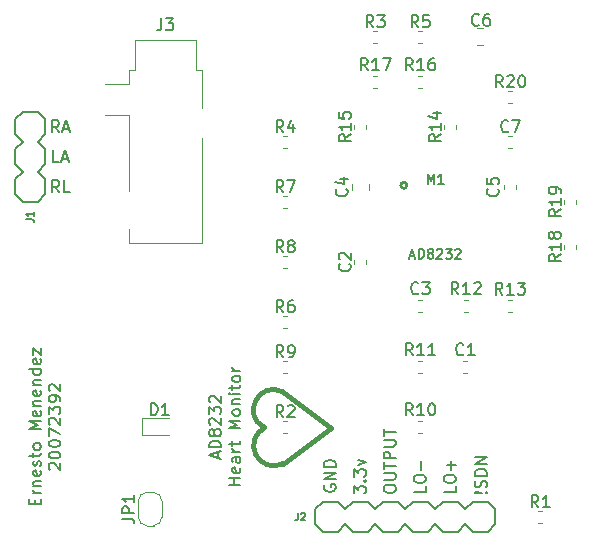
<source format=gto>
G04 #@! TF.GenerationSoftware,KiCad,Pcbnew,5.1.5*
G04 #@! TF.CreationDate,2020-04-03T18:21:33-06:00*
G04 #@! TF.ProjectId,AD8232,41443832-3332-42e6-9b69-6361645f7063,rev?*
G04 #@! TF.SameCoordinates,Original*
G04 #@! TF.FileFunction,Legend,Top*
G04 #@! TF.FilePolarity,Positive*
%FSLAX46Y46*%
G04 Gerber Fmt 4.6, Leading zero omitted, Abs format (unit mm)*
G04 Created by KiCad (PCBNEW 5.1.5) date 2020-04-03 18:21:33*
%MOMM*%
%LPD*%
G04 APERTURE LIST*
%ADD10C,0.150000*%
%ADD11C,0.406400*%
%ADD12C,0.203200*%
%ADD13C,0.120000*%
%ADD14C,0.254000*%
%ADD15C,0.127000*%
%ADD16C,0.152400*%
G04 APERTURE END LIST*
D10*
X144121666Y-109322857D02*
X144121666Y-108846666D01*
X144407380Y-109418095D02*
X143407380Y-109084761D01*
X144407380Y-108751428D01*
X144407380Y-108418095D02*
X143407380Y-108418095D01*
X143407380Y-108180000D01*
X143455000Y-108037142D01*
X143550238Y-107941904D01*
X143645476Y-107894285D01*
X143835952Y-107846666D01*
X143978809Y-107846666D01*
X144169285Y-107894285D01*
X144264523Y-107941904D01*
X144359761Y-108037142D01*
X144407380Y-108180000D01*
X144407380Y-108418095D01*
X143835952Y-107275238D02*
X143788333Y-107370476D01*
X143740714Y-107418095D01*
X143645476Y-107465714D01*
X143597857Y-107465714D01*
X143502619Y-107418095D01*
X143455000Y-107370476D01*
X143407380Y-107275238D01*
X143407380Y-107084761D01*
X143455000Y-106989523D01*
X143502619Y-106941904D01*
X143597857Y-106894285D01*
X143645476Y-106894285D01*
X143740714Y-106941904D01*
X143788333Y-106989523D01*
X143835952Y-107084761D01*
X143835952Y-107275238D01*
X143883571Y-107370476D01*
X143931190Y-107418095D01*
X144026428Y-107465714D01*
X144216904Y-107465714D01*
X144312142Y-107418095D01*
X144359761Y-107370476D01*
X144407380Y-107275238D01*
X144407380Y-107084761D01*
X144359761Y-106989523D01*
X144312142Y-106941904D01*
X144216904Y-106894285D01*
X144026428Y-106894285D01*
X143931190Y-106941904D01*
X143883571Y-106989523D01*
X143835952Y-107084761D01*
X143502619Y-106513333D02*
X143455000Y-106465714D01*
X143407380Y-106370476D01*
X143407380Y-106132380D01*
X143455000Y-106037142D01*
X143502619Y-105989523D01*
X143597857Y-105941904D01*
X143693095Y-105941904D01*
X143835952Y-105989523D01*
X144407380Y-106560952D01*
X144407380Y-105941904D01*
X143407380Y-105608571D02*
X143407380Y-104989523D01*
X143788333Y-105322857D01*
X143788333Y-105180000D01*
X143835952Y-105084761D01*
X143883571Y-105037142D01*
X143978809Y-104989523D01*
X144216904Y-104989523D01*
X144312142Y-105037142D01*
X144359761Y-105084761D01*
X144407380Y-105180000D01*
X144407380Y-105465714D01*
X144359761Y-105560952D01*
X144312142Y-105608571D01*
X143502619Y-104608571D02*
X143455000Y-104560952D01*
X143407380Y-104465714D01*
X143407380Y-104227619D01*
X143455000Y-104132380D01*
X143502619Y-104084761D01*
X143597857Y-104037142D01*
X143693095Y-104037142D01*
X143835952Y-104084761D01*
X144407380Y-104656190D01*
X144407380Y-104037142D01*
X146057380Y-111584761D02*
X145057380Y-111584761D01*
X145533571Y-111584761D02*
X145533571Y-111013333D01*
X146057380Y-111013333D02*
X145057380Y-111013333D01*
X146009761Y-110156190D02*
X146057380Y-110251428D01*
X146057380Y-110441904D01*
X146009761Y-110537142D01*
X145914523Y-110584761D01*
X145533571Y-110584761D01*
X145438333Y-110537142D01*
X145390714Y-110441904D01*
X145390714Y-110251428D01*
X145438333Y-110156190D01*
X145533571Y-110108571D01*
X145628809Y-110108571D01*
X145724047Y-110584761D01*
X146057380Y-109251428D02*
X145533571Y-109251428D01*
X145438333Y-109299047D01*
X145390714Y-109394285D01*
X145390714Y-109584761D01*
X145438333Y-109680000D01*
X146009761Y-109251428D02*
X146057380Y-109346666D01*
X146057380Y-109584761D01*
X146009761Y-109680000D01*
X145914523Y-109727619D01*
X145819285Y-109727619D01*
X145724047Y-109680000D01*
X145676428Y-109584761D01*
X145676428Y-109346666D01*
X145628809Y-109251428D01*
X146057380Y-108775238D02*
X145390714Y-108775238D01*
X145581190Y-108775238D02*
X145485952Y-108727619D01*
X145438333Y-108680000D01*
X145390714Y-108584761D01*
X145390714Y-108489523D01*
X145390714Y-108299047D02*
X145390714Y-107918095D01*
X145057380Y-108156190D02*
X145914523Y-108156190D01*
X146009761Y-108108571D01*
X146057380Y-108013333D01*
X146057380Y-107918095D01*
X146057380Y-106822857D02*
X145057380Y-106822857D01*
X145771666Y-106489523D01*
X145057380Y-106156190D01*
X146057380Y-106156190D01*
X146057380Y-105537142D02*
X146009761Y-105632380D01*
X145962142Y-105680000D01*
X145866904Y-105727619D01*
X145581190Y-105727619D01*
X145485952Y-105680000D01*
X145438333Y-105632380D01*
X145390714Y-105537142D01*
X145390714Y-105394285D01*
X145438333Y-105299047D01*
X145485952Y-105251428D01*
X145581190Y-105203809D01*
X145866904Y-105203809D01*
X145962142Y-105251428D01*
X146009761Y-105299047D01*
X146057380Y-105394285D01*
X146057380Y-105537142D01*
X145390714Y-104775238D02*
X146057380Y-104775238D01*
X145485952Y-104775238D02*
X145438333Y-104727619D01*
X145390714Y-104632380D01*
X145390714Y-104489523D01*
X145438333Y-104394285D01*
X145533571Y-104346666D01*
X146057380Y-104346666D01*
X146057380Y-103870476D02*
X145390714Y-103870476D01*
X145057380Y-103870476D02*
X145105000Y-103918095D01*
X145152619Y-103870476D01*
X145105000Y-103822857D01*
X145057380Y-103870476D01*
X145152619Y-103870476D01*
X145390714Y-103537142D02*
X145390714Y-103156190D01*
X145057380Y-103394285D02*
X145914523Y-103394285D01*
X146009761Y-103346666D01*
X146057380Y-103251428D01*
X146057380Y-103156190D01*
X146057380Y-102680000D02*
X146009761Y-102775238D01*
X145962142Y-102822857D01*
X145866904Y-102870476D01*
X145581190Y-102870476D01*
X145485952Y-102822857D01*
X145438333Y-102775238D01*
X145390714Y-102680000D01*
X145390714Y-102537142D01*
X145438333Y-102441904D01*
X145485952Y-102394285D01*
X145581190Y-102346666D01*
X145866904Y-102346666D01*
X145962142Y-102394285D01*
X146009761Y-102441904D01*
X146057380Y-102537142D01*
X146057380Y-102680000D01*
X146057380Y-101918095D02*
X145390714Y-101918095D01*
X145581190Y-101918095D02*
X145485952Y-101870476D01*
X145438333Y-101822857D01*
X145390714Y-101727619D01*
X145390714Y-101632380D01*
D11*
X149639095Y-109805661D02*
X153703095Y-106757661D01*
X153703095Y-106757661D02*
X149639095Y-103709661D01*
X149639095Y-103709661D02*
G75*
G03X148115095Y-106757661I-762000J-1524000D01*
G01*
X148115095Y-106757661D02*
G75*
G03X149639095Y-109805661I762000J-1524000D01*
G01*
D10*
X128643571Y-113227619D02*
X128643571Y-112894285D01*
X129167380Y-112751428D02*
X129167380Y-113227619D01*
X128167380Y-113227619D01*
X128167380Y-112751428D01*
X129167380Y-112322857D02*
X128500714Y-112322857D01*
X128691190Y-112322857D02*
X128595952Y-112275238D01*
X128548333Y-112227619D01*
X128500714Y-112132380D01*
X128500714Y-112037142D01*
X128500714Y-111703809D02*
X129167380Y-111703809D01*
X128595952Y-111703809D02*
X128548333Y-111656190D01*
X128500714Y-111560952D01*
X128500714Y-111418095D01*
X128548333Y-111322857D01*
X128643571Y-111275238D01*
X129167380Y-111275238D01*
X129119761Y-110418095D02*
X129167380Y-110513333D01*
X129167380Y-110703809D01*
X129119761Y-110799047D01*
X129024523Y-110846666D01*
X128643571Y-110846666D01*
X128548333Y-110799047D01*
X128500714Y-110703809D01*
X128500714Y-110513333D01*
X128548333Y-110418095D01*
X128643571Y-110370476D01*
X128738809Y-110370476D01*
X128834047Y-110846666D01*
X129119761Y-109989523D02*
X129167380Y-109894285D01*
X129167380Y-109703809D01*
X129119761Y-109608571D01*
X129024523Y-109560952D01*
X128976904Y-109560952D01*
X128881666Y-109608571D01*
X128834047Y-109703809D01*
X128834047Y-109846666D01*
X128786428Y-109941904D01*
X128691190Y-109989523D01*
X128643571Y-109989523D01*
X128548333Y-109941904D01*
X128500714Y-109846666D01*
X128500714Y-109703809D01*
X128548333Y-109608571D01*
X128500714Y-109275238D02*
X128500714Y-108894285D01*
X128167380Y-109132380D02*
X129024523Y-109132380D01*
X129119761Y-109084761D01*
X129167380Y-108989523D01*
X129167380Y-108894285D01*
X129167380Y-108418095D02*
X129119761Y-108513333D01*
X129072142Y-108560952D01*
X128976904Y-108608571D01*
X128691190Y-108608571D01*
X128595952Y-108560952D01*
X128548333Y-108513333D01*
X128500714Y-108418095D01*
X128500714Y-108275238D01*
X128548333Y-108180000D01*
X128595952Y-108132380D01*
X128691190Y-108084761D01*
X128976904Y-108084761D01*
X129072142Y-108132380D01*
X129119761Y-108180000D01*
X129167380Y-108275238D01*
X129167380Y-108418095D01*
X129167380Y-106894285D02*
X128167380Y-106894285D01*
X128881666Y-106560952D01*
X128167380Y-106227619D01*
X129167380Y-106227619D01*
X129119761Y-105370476D02*
X129167380Y-105465714D01*
X129167380Y-105656190D01*
X129119761Y-105751428D01*
X129024523Y-105799047D01*
X128643571Y-105799047D01*
X128548333Y-105751428D01*
X128500714Y-105656190D01*
X128500714Y-105465714D01*
X128548333Y-105370476D01*
X128643571Y-105322857D01*
X128738809Y-105322857D01*
X128834047Y-105799047D01*
X128500714Y-104894285D02*
X129167380Y-104894285D01*
X128595952Y-104894285D02*
X128548333Y-104846666D01*
X128500714Y-104751428D01*
X128500714Y-104608571D01*
X128548333Y-104513333D01*
X128643571Y-104465714D01*
X129167380Y-104465714D01*
X129119761Y-103608571D02*
X129167380Y-103703809D01*
X129167380Y-103894285D01*
X129119761Y-103989523D01*
X129024523Y-104037142D01*
X128643571Y-104037142D01*
X128548333Y-103989523D01*
X128500714Y-103894285D01*
X128500714Y-103703809D01*
X128548333Y-103608571D01*
X128643571Y-103560952D01*
X128738809Y-103560952D01*
X128834047Y-104037142D01*
X128500714Y-103132380D02*
X129167380Y-103132380D01*
X128595952Y-103132380D02*
X128548333Y-103084761D01*
X128500714Y-102989523D01*
X128500714Y-102846666D01*
X128548333Y-102751428D01*
X128643571Y-102703809D01*
X129167380Y-102703809D01*
X129167380Y-101799047D02*
X128167380Y-101799047D01*
X129119761Y-101799047D02*
X129167380Y-101894285D01*
X129167380Y-102084761D01*
X129119761Y-102180000D01*
X129072142Y-102227619D01*
X128976904Y-102275238D01*
X128691190Y-102275238D01*
X128595952Y-102227619D01*
X128548333Y-102180000D01*
X128500714Y-102084761D01*
X128500714Y-101894285D01*
X128548333Y-101799047D01*
X129119761Y-100941904D02*
X129167380Y-101037142D01*
X129167380Y-101227619D01*
X129119761Y-101322857D01*
X129024523Y-101370476D01*
X128643571Y-101370476D01*
X128548333Y-101322857D01*
X128500714Y-101227619D01*
X128500714Y-101037142D01*
X128548333Y-100941904D01*
X128643571Y-100894285D01*
X128738809Y-100894285D01*
X128834047Y-101370476D01*
X128500714Y-100560952D02*
X128500714Y-100037142D01*
X129167380Y-100560952D01*
X129167380Y-100037142D01*
X129912619Y-110299047D02*
X129865000Y-110251428D01*
X129817380Y-110156190D01*
X129817380Y-109918095D01*
X129865000Y-109822857D01*
X129912619Y-109775238D01*
X130007857Y-109727619D01*
X130103095Y-109727619D01*
X130245952Y-109775238D01*
X130817380Y-110346666D01*
X130817380Y-109727619D01*
X129817380Y-109108571D02*
X129817380Y-109013333D01*
X129865000Y-108918095D01*
X129912619Y-108870476D01*
X130007857Y-108822857D01*
X130198333Y-108775238D01*
X130436428Y-108775238D01*
X130626904Y-108822857D01*
X130722142Y-108870476D01*
X130769761Y-108918095D01*
X130817380Y-109013333D01*
X130817380Y-109108571D01*
X130769761Y-109203809D01*
X130722142Y-109251428D01*
X130626904Y-109299047D01*
X130436428Y-109346666D01*
X130198333Y-109346666D01*
X130007857Y-109299047D01*
X129912619Y-109251428D01*
X129865000Y-109203809D01*
X129817380Y-109108571D01*
X129817380Y-108156190D02*
X129817380Y-108060952D01*
X129865000Y-107965714D01*
X129912619Y-107918095D01*
X130007857Y-107870476D01*
X130198333Y-107822857D01*
X130436428Y-107822857D01*
X130626904Y-107870476D01*
X130722142Y-107918095D01*
X130769761Y-107965714D01*
X130817380Y-108060952D01*
X130817380Y-108156190D01*
X130769761Y-108251428D01*
X130722142Y-108299047D01*
X130626904Y-108346666D01*
X130436428Y-108394285D01*
X130198333Y-108394285D01*
X130007857Y-108346666D01*
X129912619Y-108299047D01*
X129865000Y-108251428D01*
X129817380Y-108156190D01*
X129817380Y-107489523D02*
X129817380Y-106822857D01*
X130817380Y-107251428D01*
X129912619Y-106489523D02*
X129865000Y-106441904D01*
X129817380Y-106346666D01*
X129817380Y-106108571D01*
X129865000Y-106013333D01*
X129912619Y-105965714D01*
X130007857Y-105918095D01*
X130103095Y-105918095D01*
X130245952Y-105965714D01*
X130817380Y-106537142D01*
X130817380Y-105918095D01*
X129817380Y-105584761D02*
X129817380Y-104965714D01*
X130198333Y-105299047D01*
X130198333Y-105156190D01*
X130245952Y-105060952D01*
X130293571Y-105013333D01*
X130388809Y-104965714D01*
X130626904Y-104965714D01*
X130722142Y-105013333D01*
X130769761Y-105060952D01*
X130817380Y-105156190D01*
X130817380Y-105441904D01*
X130769761Y-105537142D01*
X130722142Y-105584761D01*
X130817380Y-104489523D02*
X130817380Y-104299047D01*
X130769761Y-104203809D01*
X130722142Y-104156190D01*
X130579285Y-104060952D01*
X130388809Y-104013333D01*
X130007857Y-104013333D01*
X129912619Y-104060952D01*
X129865000Y-104108571D01*
X129817380Y-104203809D01*
X129817380Y-104394285D01*
X129865000Y-104489523D01*
X129912619Y-104537142D01*
X130007857Y-104584761D01*
X130245952Y-104584761D01*
X130341190Y-104537142D01*
X130388809Y-104489523D01*
X130436428Y-104394285D01*
X130436428Y-104203809D01*
X130388809Y-104108571D01*
X130341190Y-104060952D01*
X130245952Y-104013333D01*
X129912619Y-103632380D02*
X129865000Y-103584761D01*
X129817380Y-103489523D01*
X129817380Y-103251428D01*
X129865000Y-103156190D01*
X129912619Y-103108571D01*
X130007857Y-103060952D01*
X130103095Y-103060952D01*
X130245952Y-103108571D01*
X130817380Y-103680000D01*
X130817380Y-103060952D01*
X166820867Y-112246337D02*
X166868486Y-112198718D01*
X166916105Y-112246337D01*
X166868486Y-112293956D01*
X166820867Y-112246337D01*
X166916105Y-112246337D01*
X166535153Y-112246337D02*
X165963725Y-112293956D01*
X165916105Y-112246337D01*
X165963725Y-112198718D01*
X166535153Y-112246337D01*
X165916105Y-112246337D01*
X166868486Y-111817765D02*
X166916105Y-111674908D01*
X166916105Y-111436813D01*
X166868486Y-111341575D01*
X166820867Y-111293956D01*
X166725629Y-111246337D01*
X166630391Y-111246337D01*
X166535153Y-111293956D01*
X166487534Y-111341575D01*
X166439915Y-111436813D01*
X166392296Y-111627289D01*
X166344677Y-111722527D01*
X166297058Y-111770146D01*
X166201820Y-111817765D01*
X166106582Y-111817765D01*
X166011344Y-111770146D01*
X165963725Y-111722527D01*
X165916105Y-111627289D01*
X165916105Y-111389194D01*
X165963725Y-111246337D01*
X166916105Y-110817765D02*
X165916105Y-110817765D01*
X165916105Y-110579670D01*
X165963725Y-110436813D01*
X166058963Y-110341575D01*
X166154201Y-110293956D01*
X166344677Y-110246337D01*
X166487534Y-110246337D01*
X166678010Y-110293956D01*
X166773248Y-110341575D01*
X166868486Y-110436813D01*
X166916105Y-110579670D01*
X166916105Y-110817765D01*
X166916105Y-109817765D02*
X165916105Y-109817765D01*
X166916105Y-109246337D01*
X165916105Y-109246337D01*
X164282380Y-111698452D02*
X164282380Y-112174642D01*
X163282380Y-112174642D01*
X163282380Y-111174642D02*
X163282380Y-110984166D01*
X163330000Y-110888928D01*
X163425238Y-110793690D01*
X163615714Y-110746071D01*
X163949047Y-110746071D01*
X164139523Y-110793690D01*
X164234761Y-110888928D01*
X164282380Y-110984166D01*
X164282380Y-111174642D01*
X164234761Y-111269880D01*
X164139523Y-111365119D01*
X163949047Y-111412738D01*
X163615714Y-111412738D01*
X163425238Y-111365119D01*
X163330000Y-111269880D01*
X163282380Y-111174642D01*
X163901428Y-110317500D02*
X163901428Y-109555595D01*
X164282380Y-109936547D02*
X163520476Y-109936547D01*
X161742380Y-111698452D02*
X161742380Y-112174642D01*
X160742380Y-112174642D01*
X160742380Y-111174642D02*
X160742380Y-110984166D01*
X160790000Y-110888928D01*
X160885238Y-110793690D01*
X161075714Y-110746071D01*
X161409047Y-110746071D01*
X161599523Y-110793690D01*
X161694761Y-110888928D01*
X161742380Y-110984166D01*
X161742380Y-111174642D01*
X161694761Y-111269880D01*
X161599523Y-111365119D01*
X161409047Y-111412738D01*
X161075714Y-111412738D01*
X160885238Y-111365119D01*
X160790000Y-111269880D01*
X160742380Y-111174642D01*
X161361428Y-110317500D02*
X161361428Y-109555595D01*
X158202380Y-112015595D02*
X158202380Y-111825119D01*
X158250000Y-111729880D01*
X158345238Y-111634642D01*
X158535714Y-111587023D01*
X158869047Y-111587023D01*
X159059523Y-111634642D01*
X159154761Y-111729880D01*
X159202380Y-111825119D01*
X159202380Y-112015595D01*
X159154761Y-112110833D01*
X159059523Y-112206071D01*
X158869047Y-112253690D01*
X158535714Y-112253690D01*
X158345238Y-112206071D01*
X158250000Y-112110833D01*
X158202380Y-112015595D01*
X158202380Y-111158452D02*
X159011904Y-111158452D01*
X159107142Y-111110833D01*
X159154761Y-111063214D01*
X159202380Y-110967976D01*
X159202380Y-110777500D01*
X159154761Y-110682261D01*
X159107142Y-110634642D01*
X159011904Y-110587023D01*
X158202380Y-110587023D01*
X158202380Y-110253690D02*
X158202380Y-109682261D01*
X159202380Y-109967976D02*
X158202380Y-109967976D01*
X159202380Y-109348928D02*
X158202380Y-109348928D01*
X158202380Y-108967976D01*
X158250000Y-108872738D01*
X158297619Y-108825119D01*
X158392857Y-108777500D01*
X158535714Y-108777500D01*
X158630952Y-108825119D01*
X158678571Y-108872738D01*
X158726190Y-108967976D01*
X158726190Y-109348928D01*
X158202380Y-108348928D02*
X159011904Y-108348928D01*
X159107142Y-108301309D01*
X159154761Y-108253690D01*
X159202380Y-108158452D01*
X159202380Y-107967976D01*
X159154761Y-107872738D01*
X159107142Y-107825119D01*
X159011904Y-107777500D01*
X158202380Y-107777500D01*
X158202380Y-107444166D02*
X158202380Y-106872738D01*
X159202380Y-107158452D02*
X158202380Y-107158452D01*
X155662380Y-112317500D02*
X155662380Y-111698452D01*
X156043333Y-112031785D01*
X156043333Y-111888928D01*
X156090952Y-111793690D01*
X156138571Y-111746071D01*
X156233809Y-111698452D01*
X156471904Y-111698452D01*
X156567142Y-111746071D01*
X156614761Y-111793690D01*
X156662380Y-111888928D01*
X156662380Y-112174642D01*
X156614761Y-112269880D01*
X156567142Y-112317500D01*
X156567142Y-111269880D02*
X156614761Y-111222261D01*
X156662380Y-111269880D01*
X156614761Y-111317500D01*
X156567142Y-111269880D01*
X156662380Y-111269880D01*
X155662380Y-110888928D02*
X155662380Y-110269880D01*
X156043333Y-110603214D01*
X156043333Y-110460357D01*
X156090952Y-110365119D01*
X156138571Y-110317500D01*
X156233809Y-110269880D01*
X156471904Y-110269880D01*
X156567142Y-110317500D01*
X156614761Y-110365119D01*
X156662380Y-110460357D01*
X156662380Y-110746071D01*
X156614761Y-110841309D01*
X156567142Y-110888928D01*
X155995714Y-109936547D02*
X156662380Y-109698452D01*
X155995714Y-109460357D01*
X153170000Y-111603214D02*
X153122380Y-111698452D01*
X153122380Y-111841309D01*
X153170000Y-111984166D01*
X153265238Y-112079404D01*
X153360476Y-112127023D01*
X153550952Y-112174642D01*
X153693809Y-112174642D01*
X153884285Y-112127023D01*
X153979523Y-112079404D01*
X154074761Y-111984166D01*
X154122380Y-111841309D01*
X154122380Y-111746071D01*
X154074761Y-111603214D01*
X154027142Y-111555595D01*
X153693809Y-111555595D01*
X153693809Y-111746071D01*
X154122380Y-111127023D02*
X153122380Y-111127023D01*
X154122380Y-110555595D01*
X153122380Y-110555595D01*
X154122380Y-110079404D02*
X153122380Y-110079404D01*
X153122380Y-109841309D01*
X153170000Y-109698452D01*
X153265238Y-109603214D01*
X153360476Y-109555595D01*
X153550952Y-109507976D01*
X153693809Y-109507976D01*
X153884285Y-109555595D01*
X153979523Y-109603214D01*
X154074761Y-109698452D01*
X154122380Y-109841309D01*
X154122380Y-110079404D01*
X130714761Y-86812380D02*
X130381428Y-86336190D01*
X130143333Y-86812380D02*
X130143333Y-85812380D01*
X130524285Y-85812380D01*
X130619523Y-85860000D01*
X130667142Y-85907619D01*
X130714761Y-86002857D01*
X130714761Y-86145714D01*
X130667142Y-86240952D01*
X130619523Y-86288571D01*
X130524285Y-86336190D01*
X130143333Y-86336190D01*
X131619523Y-86812380D02*
X131143333Y-86812380D01*
X131143333Y-85812380D01*
X130690952Y-84272380D02*
X130214761Y-84272380D01*
X130214761Y-83272380D01*
X130976666Y-83986666D02*
X131452857Y-83986666D01*
X130881428Y-84272380D02*
X131214761Y-83272380D01*
X131548095Y-84272380D01*
X130690952Y-81732380D02*
X130357619Y-81256190D01*
X130119523Y-81732380D02*
X130119523Y-80732380D01*
X130500476Y-80732380D01*
X130595714Y-80780000D01*
X130643333Y-80827619D01*
X130690952Y-80922857D01*
X130690952Y-81065714D01*
X130643333Y-81160952D01*
X130595714Y-81208571D01*
X130500476Y-81256190D01*
X130119523Y-81256190D01*
X131071904Y-81446666D02*
X131548095Y-81446666D01*
X130976666Y-81732380D02*
X131310000Y-80732380D01*
X131643333Y-81732380D01*
D12*
X167640000Y-113665000D02*
X167640000Y-114935000D01*
X154305000Y-115570000D02*
X153035000Y-115570000D01*
X152400000Y-114935000D02*
X153035000Y-115570000D01*
X153035000Y-113030000D02*
X152400000Y-113665000D01*
X152400000Y-113665000D02*
X152400000Y-114935000D01*
X155575000Y-115570000D02*
X154940000Y-114935000D01*
X156845000Y-115570000D02*
X155575000Y-115570000D01*
X157480000Y-114935000D02*
X156845000Y-115570000D01*
X156845000Y-113030000D02*
X157480000Y-113665000D01*
X155575000Y-113030000D02*
X156845000Y-113030000D01*
X154940000Y-113665000D02*
X155575000Y-113030000D01*
X154940000Y-114935000D02*
X154305000Y-115570000D01*
X154305000Y-113030000D02*
X154940000Y-113665000D01*
X153035000Y-113030000D02*
X154305000Y-113030000D01*
X161925000Y-115570000D02*
X160655000Y-115570000D01*
X160020000Y-114935000D02*
X160655000Y-115570000D01*
X160655000Y-113030000D02*
X160020000Y-113665000D01*
X158115000Y-115570000D02*
X157480000Y-114935000D01*
X159385000Y-115570000D02*
X158115000Y-115570000D01*
X160020000Y-114935000D02*
X159385000Y-115570000D01*
X159385000Y-113030000D02*
X160020000Y-113665000D01*
X158115000Y-113030000D02*
X159385000Y-113030000D01*
X157480000Y-113665000D02*
X158115000Y-113030000D01*
X163195000Y-115570000D02*
X162560000Y-114935000D01*
X164465000Y-115570000D02*
X163195000Y-115570000D01*
X165100000Y-114935000D02*
X164465000Y-115570000D01*
X164465000Y-113030000D02*
X165100000Y-113665000D01*
X163195000Y-113030000D02*
X164465000Y-113030000D01*
X162560000Y-113665000D02*
X163195000Y-113030000D01*
X162560000Y-114935000D02*
X161925000Y-115570000D01*
X161925000Y-113030000D02*
X162560000Y-113665000D01*
X160655000Y-113030000D02*
X161925000Y-113030000D01*
X165735000Y-115570000D02*
X165100000Y-114935000D01*
X167005000Y-115570000D02*
X165735000Y-115570000D01*
X167640000Y-114935000D02*
X167005000Y-115570000D01*
X167005000Y-113030000D02*
X167640000Y-113665000D01*
X165735000Y-113030000D02*
X167005000Y-113030000D01*
X165100000Y-113665000D02*
X165735000Y-113030000D01*
X127635000Y-80010000D02*
X128905000Y-80010000D01*
X129540000Y-85725000D02*
X129540000Y-86995000D01*
X128905000Y-87630000D02*
X129540000Y-86995000D01*
X127000000Y-86995000D02*
X127635000Y-87630000D01*
X127635000Y-87630000D02*
X128905000Y-87630000D01*
X129540000Y-84455000D02*
X128905000Y-85090000D01*
X129540000Y-83185000D02*
X129540000Y-84455000D01*
X128905000Y-82550000D02*
X129540000Y-83185000D01*
X127000000Y-83185000D02*
X127635000Y-82550000D01*
X127000000Y-84455000D02*
X127000000Y-83185000D01*
X127635000Y-85090000D02*
X127000000Y-84455000D01*
X128905000Y-85090000D02*
X129540000Y-85725000D01*
X127000000Y-85725000D02*
X127635000Y-85090000D01*
X127000000Y-86995000D02*
X127000000Y-85725000D01*
X129540000Y-81915000D02*
X128905000Y-82550000D01*
X129540000Y-80645000D02*
X129540000Y-81915000D01*
X128905000Y-80010000D02*
X129540000Y-80645000D01*
X127000000Y-80645000D02*
X127635000Y-80010000D01*
X127000000Y-81915000D02*
X127000000Y-80645000D01*
X127635000Y-82550000D02*
X127000000Y-81915000D01*
D13*
X169072779Y-78230000D02*
X168747221Y-78230000D01*
X169072779Y-79250000D02*
X168747221Y-79250000D01*
X173480000Y-87467221D02*
X173480000Y-87792779D01*
X174500000Y-87467221D02*
X174500000Y-87792779D01*
X173480000Y-91277221D02*
X173480000Y-91602779D01*
X174500000Y-91277221D02*
X174500000Y-91602779D01*
X157317221Y-77980000D02*
X157642779Y-77980000D01*
X157317221Y-76960000D02*
X157642779Y-76960000D01*
X161127221Y-77980000D02*
X161452779Y-77980000D01*
X161127221Y-76960000D02*
X161452779Y-76960000D01*
X155700000Y-81117221D02*
X155700000Y-81442779D01*
X156720000Y-81117221D02*
X156720000Y-81442779D01*
X163320000Y-81117221D02*
X163320000Y-81442779D01*
X164340000Y-81117221D02*
X164340000Y-81442779D01*
X168730432Y-96969685D02*
X169055990Y-96969685D01*
X168730432Y-95949685D02*
X169055990Y-95949685D01*
X164995435Y-96939071D02*
X165320993Y-96939071D01*
X164995435Y-95919071D02*
X165320993Y-95919071D01*
X161127221Y-102110000D02*
X161452779Y-102110000D01*
X161127221Y-101090000D02*
X161452779Y-101090000D01*
X161127221Y-107190000D02*
X161452779Y-107190000D01*
X161127221Y-106170000D02*
X161452779Y-106170000D01*
X150022779Y-101090000D02*
X149697221Y-101090000D01*
X150022779Y-102110000D02*
X149697221Y-102110000D01*
X150022779Y-92200000D02*
X149697221Y-92200000D01*
X150022779Y-93220000D02*
X149697221Y-93220000D01*
X150022779Y-87120000D02*
X149697221Y-87120000D01*
X150022779Y-88140000D02*
X149697221Y-88140000D01*
X150022779Y-97280000D02*
X149697221Y-97280000D01*
X150022779Y-98300000D02*
X149697221Y-98300000D01*
X161452779Y-73150000D02*
X161127221Y-73150000D01*
X161452779Y-74170000D02*
X161127221Y-74170000D01*
X150022779Y-82040000D02*
X149697221Y-82040000D01*
X150022779Y-83060000D02*
X149697221Y-83060000D01*
X157642779Y-73150000D02*
X157317221Y-73150000D01*
X157642779Y-74170000D02*
X157317221Y-74170000D01*
X150022779Y-106170000D02*
X149697221Y-106170000D01*
X150022779Y-107190000D02*
X149697221Y-107190000D01*
X171612779Y-113790000D02*
X171287221Y-113790000D01*
X171612779Y-114810000D02*
X171287221Y-114810000D01*
D14*
X160147000Y-86233000D02*
G75*
G03X160147000Y-86233000I-254000J0D01*
G01*
D13*
X137414751Y-114341913D02*
X137414751Y-112941913D01*
X138114751Y-112241913D02*
X138714751Y-112241913D01*
X139414751Y-112941913D02*
X139414751Y-114341913D01*
X138714751Y-115041913D02*
X138114751Y-115041913D01*
X138114751Y-115041913D02*
G75*
G02X137414751Y-114341913I0J700000D01*
G01*
X139414751Y-114341913D02*
G75*
G02X138714751Y-115041913I-700000J0D01*
G01*
X138714751Y-112241913D02*
G75*
G02X139414751Y-112941913I0J-700000D01*
G01*
X137414751Y-112941913D02*
G75*
G02X138114751Y-112241913I700000J0D01*
G01*
X136600000Y-80250000D02*
X134600000Y-80250000D01*
X136600000Y-77650000D02*
X134600000Y-77650000D01*
X136600000Y-86750000D02*
X136600000Y-80250000D01*
X136600000Y-91150000D02*
X136600000Y-89950000D01*
X142800000Y-91150000D02*
X136600000Y-91150000D01*
X142800000Y-82250000D02*
X142800000Y-91150000D01*
X142800000Y-76450000D02*
X142800000Y-79650000D01*
X142300000Y-76450000D02*
X142800000Y-76450000D01*
X142300000Y-73950000D02*
X142300000Y-76450000D01*
X137100000Y-73950000D02*
X142300000Y-73950000D01*
X137100000Y-76450000D02*
X137100000Y-73950000D01*
X136600000Y-76450000D02*
X137100000Y-76450000D01*
X136600000Y-77650000D02*
X136600000Y-76450000D01*
X137732500Y-107415000D02*
X140017500Y-107415000D01*
X137732500Y-105945000D02*
X137732500Y-107415000D01*
X140017500Y-105945000D02*
X137732500Y-105945000D01*
X169072779Y-82040000D02*
X168747221Y-82040000D01*
X169072779Y-83060000D02*
X168747221Y-83060000D01*
X166628578Y-72950000D02*
X166111422Y-72950000D01*
X166628578Y-74370000D02*
X166111422Y-74370000D01*
X169420000Y-86522779D02*
X169420000Y-86197221D01*
X168400000Y-86522779D02*
X168400000Y-86197221D01*
X155500000Y-86101422D02*
X155500000Y-86618578D01*
X156920000Y-86101422D02*
X156920000Y-86618578D01*
X161124205Y-96940093D02*
X161449763Y-96940093D01*
X161124205Y-95920093D02*
X161449763Y-95920093D01*
X155700000Y-92547221D02*
X155700000Y-92872779D01*
X156720000Y-92547221D02*
X156720000Y-92872779D01*
X164937221Y-102110000D02*
X165262779Y-102110000D01*
X164937221Y-101090000D02*
X165262779Y-101090000D01*
D15*
X150926800Y-113966171D02*
X150926800Y-114401600D01*
X150897771Y-114488685D01*
X150839714Y-114546742D01*
X150752628Y-114575771D01*
X150694571Y-114575771D01*
X151188057Y-114024228D02*
X151217085Y-113995200D01*
X151275142Y-113966171D01*
X151420285Y-113966171D01*
X151478342Y-113995200D01*
X151507371Y-114024228D01*
X151536400Y-114082285D01*
X151536400Y-114140342D01*
X151507371Y-114227428D01*
X151159028Y-114575771D01*
X151536400Y-114575771D01*
X127936171Y-89103200D02*
X128371600Y-89103200D01*
X128458685Y-89132228D01*
X128516742Y-89190285D01*
X128545771Y-89277371D01*
X128545771Y-89335428D01*
X128545771Y-88493600D02*
X128545771Y-88841942D01*
X128545771Y-88667771D02*
X127936171Y-88667771D01*
X128023257Y-88725828D01*
X128081314Y-88783885D01*
X128110342Y-88841942D01*
D10*
X168267142Y-77922380D02*
X167933809Y-77446190D01*
X167695714Y-77922380D02*
X167695714Y-76922380D01*
X168076666Y-76922380D01*
X168171904Y-76970000D01*
X168219523Y-77017619D01*
X168267142Y-77112857D01*
X168267142Y-77255714D01*
X168219523Y-77350952D01*
X168171904Y-77398571D01*
X168076666Y-77446190D01*
X167695714Y-77446190D01*
X168648095Y-77017619D02*
X168695714Y-76970000D01*
X168790952Y-76922380D01*
X169029047Y-76922380D01*
X169124285Y-76970000D01*
X169171904Y-77017619D01*
X169219523Y-77112857D01*
X169219523Y-77208095D01*
X169171904Y-77350952D01*
X168600476Y-77922380D01*
X169219523Y-77922380D01*
X169838571Y-76922380D02*
X169933809Y-76922380D01*
X170029047Y-76970000D01*
X170076666Y-77017619D01*
X170124285Y-77112857D01*
X170171904Y-77303333D01*
X170171904Y-77541428D01*
X170124285Y-77731904D01*
X170076666Y-77827142D01*
X170029047Y-77874761D01*
X169933809Y-77922380D01*
X169838571Y-77922380D01*
X169743333Y-77874761D01*
X169695714Y-77827142D01*
X169648095Y-77731904D01*
X169600476Y-77541428D01*
X169600476Y-77303333D01*
X169648095Y-77112857D01*
X169695714Y-77017619D01*
X169743333Y-76970000D01*
X169838571Y-76922380D01*
X173172380Y-88272857D02*
X172696190Y-88606190D01*
X173172380Y-88844285D02*
X172172380Y-88844285D01*
X172172380Y-88463333D01*
X172220000Y-88368095D01*
X172267619Y-88320476D01*
X172362857Y-88272857D01*
X172505714Y-88272857D01*
X172600952Y-88320476D01*
X172648571Y-88368095D01*
X172696190Y-88463333D01*
X172696190Y-88844285D01*
X173172380Y-87320476D02*
X173172380Y-87891904D01*
X173172380Y-87606190D02*
X172172380Y-87606190D01*
X172315238Y-87701428D01*
X172410476Y-87796666D01*
X172458095Y-87891904D01*
X173172380Y-86844285D02*
X173172380Y-86653809D01*
X173124761Y-86558571D01*
X173077142Y-86510952D01*
X172934285Y-86415714D01*
X172743809Y-86368095D01*
X172362857Y-86368095D01*
X172267619Y-86415714D01*
X172220000Y-86463333D01*
X172172380Y-86558571D01*
X172172380Y-86749047D01*
X172220000Y-86844285D01*
X172267619Y-86891904D01*
X172362857Y-86939523D01*
X172600952Y-86939523D01*
X172696190Y-86891904D01*
X172743809Y-86844285D01*
X172791428Y-86749047D01*
X172791428Y-86558571D01*
X172743809Y-86463333D01*
X172696190Y-86415714D01*
X172600952Y-86368095D01*
X173172380Y-92082857D02*
X172696190Y-92416190D01*
X173172380Y-92654285D02*
X172172380Y-92654285D01*
X172172380Y-92273333D01*
X172220000Y-92178095D01*
X172267619Y-92130476D01*
X172362857Y-92082857D01*
X172505714Y-92082857D01*
X172600952Y-92130476D01*
X172648571Y-92178095D01*
X172696190Y-92273333D01*
X172696190Y-92654285D01*
X173172380Y-91130476D02*
X173172380Y-91701904D01*
X173172380Y-91416190D02*
X172172380Y-91416190D01*
X172315238Y-91511428D01*
X172410476Y-91606666D01*
X172458095Y-91701904D01*
X172600952Y-90559047D02*
X172553333Y-90654285D01*
X172505714Y-90701904D01*
X172410476Y-90749523D01*
X172362857Y-90749523D01*
X172267619Y-90701904D01*
X172220000Y-90654285D01*
X172172380Y-90559047D01*
X172172380Y-90368571D01*
X172220000Y-90273333D01*
X172267619Y-90225714D01*
X172362857Y-90178095D01*
X172410476Y-90178095D01*
X172505714Y-90225714D01*
X172553333Y-90273333D01*
X172600952Y-90368571D01*
X172600952Y-90559047D01*
X172648571Y-90654285D01*
X172696190Y-90701904D01*
X172791428Y-90749523D01*
X172981904Y-90749523D01*
X173077142Y-90701904D01*
X173124761Y-90654285D01*
X173172380Y-90559047D01*
X173172380Y-90368571D01*
X173124761Y-90273333D01*
X173077142Y-90225714D01*
X172981904Y-90178095D01*
X172791428Y-90178095D01*
X172696190Y-90225714D01*
X172648571Y-90273333D01*
X172600952Y-90368571D01*
X156837142Y-76492380D02*
X156503809Y-76016190D01*
X156265714Y-76492380D02*
X156265714Y-75492380D01*
X156646666Y-75492380D01*
X156741904Y-75540000D01*
X156789523Y-75587619D01*
X156837142Y-75682857D01*
X156837142Y-75825714D01*
X156789523Y-75920952D01*
X156741904Y-75968571D01*
X156646666Y-76016190D01*
X156265714Y-76016190D01*
X157789523Y-76492380D02*
X157218095Y-76492380D01*
X157503809Y-76492380D02*
X157503809Y-75492380D01*
X157408571Y-75635238D01*
X157313333Y-75730476D01*
X157218095Y-75778095D01*
X158122857Y-75492380D02*
X158789523Y-75492380D01*
X158360952Y-76492380D01*
X160647142Y-76492380D02*
X160313809Y-76016190D01*
X160075714Y-76492380D02*
X160075714Y-75492380D01*
X160456666Y-75492380D01*
X160551904Y-75540000D01*
X160599523Y-75587619D01*
X160647142Y-75682857D01*
X160647142Y-75825714D01*
X160599523Y-75920952D01*
X160551904Y-75968571D01*
X160456666Y-76016190D01*
X160075714Y-76016190D01*
X161599523Y-76492380D02*
X161028095Y-76492380D01*
X161313809Y-76492380D02*
X161313809Y-75492380D01*
X161218571Y-75635238D01*
X161123333Y-75730476D01*
X161028095Y-75778095D01*
X162456666Y-75492380D02*
X162266190Y-75492380D01*
X162170952Y-75540000D01*
X162123333Y-75587619D01*
X162028095Y-75730476D01*
X161980476Y-75920952D01*
X161980476Y-76301904D01*
X162028095Y-76397142D01*
X162075714Y-76444761D01*
X162170952Y-76492380D01*
X162361428Y-76492380D01*
X162456666Y-76444761D01*
X162504285Y-76397142D01*
X162551904Y-76301904D01*
X162551904Y-76063809D01*
X162504285Y-75968571D01*
X162456666Y-75920952D01*
X162361428Y-75873333D01*
X162170952Y-75873333D01*
X162075714Y-75920952D01*
X162028095Y-75968571D01*
X161980476Y-76063809D01*
X155392380Y-81922857D02*
X154916190Y-82256190D01*
X155392380Y-82494285D02*
X154392380Y-82494285D01*
X154392380Y-82113333D01*
X154440000Y-82018095D01*
X154487619Y-81970476D01*
X154582857Y-81922857D01*
X154725714Y-81922857D01*
X154820952Y-81970476D01*
X154868571Y-82018095D01*
X154916190Y-82113333D01*
X154916190Y-82494285D01*
X155392380Y-80970476D02*
X155392380Y-81541904D01*
X155392380Y-81256190D02*
X154392380Y-81256190D01*
X154535238Y-81351428D01*
X154630476Y-81446666D01*
X154678095Y-81541904D01*
X154392380Y-80065714D02*
X154392380Y-80541904D01*
X154868571Y-80589523D01*
X154820952Y-80541904D01*
X154773333Y-80446666D01*
X154773333Y-80208571D01*
X154820952Y-80113333D01*
X154868571Y-80065714D01*
X154963809Y-80018095D01*
X155201904Y-80018095D01*
X155297142Y-80065714D01*
X155344761Y-80113333D01*
X155392380Y-80208571D01*
X155392380Y-80446666D01*
X155344761Y-80541904D01*
X155297142Y-80589523D01*
X163012380Y-81922857D02*
X162536190Y-82256190D01*
X163012380Y-82494285D02*
X162012380Y-82494285D01*
X162012380Y-82113333D01*
X162060000Y-82018095D01*
X162107619Y-81970476D01*
X162202857Y-81922857D01*
X162345714Y-81922857D01*
X162440952Y-81970476D01*
X162488571Y-82018095D01*
X162536190Y-82113333D01*
X162536190Y-82494285D01*
X163012380Y-80970476D02*
X163012380Y-81541904D01*
X163012380Y-81256190D02*
X162012380Y-81256190D01*
X162155238Y-81351428D01*
X162250476Y-81446666D01*
X162298095Y-81541904D01*
X162345714Y-80113333D02*
X163012380Y-80113333D01*
X161964761Y-80351428D02*
X162679047Y-80589523D01*
X162679047Y-79970476D01*
X168250353Y-95482065D02*
X167917020Y-95005875D01*
X167678925Y-95482065D02*
X167678925Y-94482065D01*
X168059877Y-94482065D01*
X168155115Y-94529685D01*
X168202734Y-94577304D01*
X168250353Y-94672542D01*
X168250353Y-94815399D01*
X168202734Y-94910637D01*
X168155115Y-94958256D01*
X168059877Y-95005875D01*
X167678925Y-95005875D01*
X169202734Y-95482065D02*
X168631306Y-95482065D01*
X168917020Y-95482065D02*
X168917020Y-94482065D01*
X168821782Y-94624923D01*
X168726544Y-94720161D01*
X168631306Y-94767780D01*
X169536068Y-94482065D02*
X170155115Y-94482065D01*
X169821782Y-94863018D01*
X169964639Y-94863018D01*
X170059877Y-94910637D01*
X170107496Y-94958256D01*
X170155115Y-95053494D01*
X170155115Y-95291589D01*
X170107496Y-95386827D01*
X170059877Y-95434446D01*
X169964639Y-95482065D01*
X169678925Y-95482065D01*
X169583687Y-95434446D01*
X169536068Y-95386827D01*
X164515356Y-95451451D02*
X164182023Y-94975261D01*
X163943928Y-95451451D02*
X163943928Y-94451451D01*
X164324880Y-94451451D01*
X164420118Y-94499071D01*
X164467737Y-94546690D01*
X164515356Y-94641928D01*
X164515356Y-94784785D01*
X164467737Y-94880023D01*
X164420118Y-94927642D01*
X164324880Y-94975261D01*
X163943928Y-94975261D01*
X165467737Y-95451451D02*
X164896309Y-95451451D01*
X165182023Y-95451451D02*
X165182023Y-94451451D01*
X165086785Y-94594309D01*
X164991547Y-94689547D01*
X164896309Y-94737166D01*
X165848690Y-94546690D02*
X165896309Y-94499071D01*
X165991547Y-94451451D01*
X166229642Y-94451451D01*
X166324880Y-94499071D01*
X166372499Y-94546690D01*
X166420118Y-94641928D01*
X166420118Y-94737166D01*
X166372499Y-94880023D01*
X165801071Y-95451451D01*
X166420118Y-95451451D01*
X160647142Y-100622380D02*
X160313809Y-100146190D01*
X160075714Y-100622380D02*
X160075714Y-99622380D01*
X160456666Y-99622380D01*
X160551904Y-99670000D01*
X160599523Y-99717619D01*
X160647142Y-99812857D01*
X160647142Y-99955714D01*
X160599523Y-100050952D01*
X160551904Y-100098571D01*
X160456666Y-100146190D01*
X160075714Y-100146190D01*
X161599523Y-100622380D02*
X161028095Y-100622380D01*
X161313809Y-100622380D02*
X161313809Y-99622380D01*
X161218571Y-99765238D01*
X161123333Y-99860476D01*
X161028095Y-99908095D01*
X162551904Y-100622380D02*
X161980476Y-100622380D01*
X162266190Y-100622380D02*
X162266190Y-99622380D01*
X162170952Y-99765238D01*
X162075714Y-99860476D01*
X161980476Y-99908095D01*
X160647142Y-105702380D02*
X160313809Y-105226190D01*
X160075714Y-105702380D02*
X160075714Y-104702380D01*
X160456666Y-104702380D01*
X160551904Y-104750000D01*
X160599523Y-104797619D01*
X160647142Y-104892857D01*
X160647142Y-105035714D01*
X160599523Y-105130952D01*
X160551904Y-105178571D01*
X160456666Y-105226190D01*
X160075714Y-105226190D01*
X161599523Y-105702380D02*
X161028095Y-105702380D01*
X161313809Y-105702380D02*
X161313809Y-104702380D01*
X161218571Y-104845238D01*
X161123333Y-104940476D01*
X161028095Y-104988095D01*
X162218571Y-104702380D02*
X162313809Y-104702380D01*
X162409047Y-104750000D01*
X162456666Y-104797619D01*
X162504285Y-104892857D01*
X162551904Y-105083333D01*
X162551904Y-105321428D01*
X162504285Y-105511904D01*
X162456666Y-105607142D01*
X162409047Y-105654761D01*
X162313809Y-105702380D01*
X162218571Y-105702380D01*
X162123333Y-105654761D01*
X162075714Y-105607142D01*
X162028095Y-105511904D01*
X161980476Y-105321428D01*
X161980476Y-105083333D01*
X162028095Y-104892857D01*
X162075714Y-104797619D01*
X162123333Y-104750000D01*
X162218571Y-104702380D01*
X149693333Y-100782380D02*
X149360000Y-100306190D01*
X149121904Y-100782380D02*
X149121904Y-99782380D01*
X149502857Y-99782380D01*
X149598095Y-99830000D01*
X149645714Y-99877619D01*
X149693333Y-99972857D01*
X149693333Y-100115714D01*
X149645714Y-100210952D01*
X149598095Y-100258571D01*
X149502857Y-100306190D01*
X149121904Y-100306190D01*
X150169523Y-100782380D02*
X150360000Y-100782380D01*
X150455238Y-100734761D01*
X150502857Y-100687142D01*
X150598095Y-100544285D01*
X150645714Y-100353809D01*
X150645714Y-99972857D01*
X150598095Y-99877619D01*
X150550476Y-99830000D01*
X150455238Y-99782380D01*
X150264761Y-99782380D01*
X150169523Y-99830000D01*
X150121904Y-99877619D01*
X150074285Y-99972857D01*
X150074285Y-100210952D01*
X150121904Y-100306190D01*
X150169523Y-100353809D01*
X150264761Y-100401428D01*
X150455238Y-100401428D01*
X150550476Y-100353809D01*
X150598095Y-100306190D01*
X150645714Y-100210952D01*
X149693333Y-91892380D02*
X149360000Y-91416190D01*
X149121904Y-91892380D02*
X149121904Y-90892380D01*
X149502857Y-90892380D01*
X149598095Y-90940000D01*
X149645714Y-90987619D01*
X149693333Y-91082857D01*
X149693333Y-91225714D01*
X149645714Y-91320952D01*
X149598095Y-91368571D01*
X149502857Y-91416190D01*
X149121904Y-91416190D01*
X150264761Y-91320952D02*
X150169523Y-91273333D01*
X150121904Y-91225714D01*
X150074285Y-91130476D01*
X150074285Y-91082857D01*
X150121904Y-90987619D01*
X150169523Y-90940000D01*
X150264761Y-90892380D01*
X150455238Y-90892380D01*
X150550476Y-90940000D01*
X150598095Y-90987619D01*
X150645714Y-91082857D01*
X150645714Y-91130476D01*
X150598095Y-91225714D01*
X150550476Y-91273333D01*
X150455238Y-91320952D01*
X150264761Y-91320952D01*
X150169523Y-91368571D01*
X150121904Y-91416190D01*
X150074285Y-91511428D01*
X150074285Y-91701904D01*
X150121904Y-91797142D01*
X150169523Y-91844761D01*
X150264761Y-91892380D01*
X150455238Y-91892380D01*
X150550476Y-91844761D01*
X150598095Y-91797142D01*
X150645714Y-91701904D01*
X150645714Y-91511428D01*
X150598095Y-91416190D01*
X150550476Y-91368571D01*
X150455238Y-91320952D01*
X149693333Y-86812380D02*
X149360000Y-86336190D01*
X149121904Y-86812380D02*
X149121904Y-85812380D01*
X149502857Y-85812380D01*
X149598095Y-85860000D01*
X149645714Y-85907619D01*
X149693333Y-86002857D01*
X149693333Y-86145714D01*
X149645714Y-86240952D01*
X149598095Y-86288571D01*
X149502857Y-86336190D01*
X149121904Y-86336190D01*
X150026666Y-85812380D02*
X150693333Y-85812380D01*
X150264761Y-86812380D01*
X149693333Y-96972380D02*
X149360000Y-96496190D01*
X149121904Y-96972380D02*
X149121904Y-95972380D01*
X149502857Y-95972380D01*
X149598095Y-96020000D01*
X149645714Y-96067619D01*
X149693333Y-96162857D01*
X149693333Y-96305714D01*
X149645714Y-96400952D01*
X149598095Y-96448571D01*
X149502857Y-96496190D01*
X149121904Y-96496190D01*
X150550476Y-95972380D02*
X150360000Y-95972380D01*
X150264761Y-96020000D01*
X150217142Y-96067619D01*
X150121904Y-96210476D01*
X150074285Y-96400952D01*
X150074285Y-96781904D01*
X150121904Y-96877142D01*
X150169523Y-96924761D01*
X150264761Y-96972380D01*
X150455238Y-96972380D01*
X150550476Y-96924761D01*
X150598095Y-96877142D01*
X150645714Y-96781904D01*
X150645714Y-96543809D01*
X150598095Y-96448571D01*
X150550476Y-96400952D01*
X150455238Y-96353333D01*
X150264761Y-96353333D01*
X150169523Y-96400952D01*
X150121904Y-96448571D01*
X150074285Y-96543809D01*
X161123333Y-72842380D02*
X160790000Y-72366190D01*
X160551904Y-72842380D02*
X160551904Y-71842380D01*
X160932857Y-71842380D01*
X161028095Y-71890000D01*
X161075714Y-71937619D01*
X161123333Y-72032857D01*
X161123333Y-72175714D01*
X161075714Y-72270952D01*
X161028095Y-72318571D01*
X160932857Y-72366190D01*
X160551904Y-72366190D01*
X162028095Y-71842380D02*
X161551904Y-71842380D01*
X161504285Y-72318571D01*
X161551904Y-72270952D01*
X161647142Y-72223333D01*
X161885238Y-72223333D01*
X161980476Y-72270952D01*
X162028095Y-72318571D01*
X162075714Y-72413809D01*
X162075714Y-72651904D01*
X162028095Y-72747142D01*
X161980476Y-72794761D01*
X161885238Y-72842380D01*
X161647142Y-72842380D01*
X161551904Y-72794761D01*
X161504285Y-72747142D01*
X149693333Y-81732380D02*
X149360000Y-81256190D01*
X149121904Y-81732380D02*
X149121904Y-80732380D01*
X149502857Y-80732380D01*
X149598095Y-80780000D01*
X149645714Y-80827619D01*
X149693333Y-80922857D01*
X149693333Y-81065714D01*
X149645714Y-81160952D01*
X149598095Y-81208571D01*
X149502857Y-81256190D01*
X149121904Y-81256190D01*
X150550476Y-81065714D02*
X150550476Y-81732380D01*
X150312380Y-80684761D02*
X150074285Y-81399047D01*
X150693333Y-81399047D01*
X157313333Y-72842380D02*
X156980000Y-72366190D01*
X156741904Y-72842380D02*
X156741904Y-71842380D01*
X157122857Y-71842380D01*
X157218095Y-71890000D01*
X157265714Y-71937619D01*
X157313333Y-72032857D01*
X157313333Y-72175714D01*
X157265714Y-72270952D01*
X157218095Y-72318571D01*
X157122857Y-72366190D01*
X156741904Y-72366190D01*
X157646666Y-71842380D02*
X158265714Y-71842380D01*
X157932380Y-72223333D01*
X158075238Y-72223333D01*
X158170476Y-72270952D01*
X158218095Y-72318571D01*
X158265714Y-72413809D01*
X158265714Y-72651904D01*
X158218095Y-72747142D01*
X158170476Y-72794761D01*
X158075238Y-72842380D01*
X157789523Y-72842380D01*
X157694285Y-72794761D01*
X157646666Y-72747142D01*
X149693333Y-105862380D02*
X149360000Y-105386190D01*
X149121904Y-105862380D02*
X149121904Y-104862380D01*
X149502857Y-104862380D01*
X149598095Y-104910000D01*
X149645714Y-104957619D01*
X149693333Y-105052857D01*
X149693333Y-105195714D01*
X149645714Y-105290952D01*
X149598095Y-105338571D01*
X149502857Y-105386190D01*
X149121904Y-105386190D01*
X150074285Y-104957619D02*
X150121904Y-104910000D01*
X150217142Y-104862380D01*
X150455238Y-104862380D01*
X150550476Y-104910000D01*
X150598095Y-104957619D01*
X150645714Y-105052857D01*
X150645714Y-105148095D01*
X150598095Y-105290952D01*
X150026666Y-105862380D01*
X150645714Y-105862380D01*
X171283333Y-113482380D02*
X170950000Y-113006190D01*
X170711904Y-113482380D02*
X170711904Y-112482380D01*
X171092857Y-112482380D01*
X171188095Y-112530000D01*
X171235714Y-112577619D01*
X171283333Y-112672857D01*
X171283333Y-112815714D01*
X171235714Y-112910952D01*
X171188095Y-112958571D01*
X171092857Y-113006190D01*
X170711904Y-113006190D01*
X172235714Y-113482380D02*
X171664285Y-113482380D01*
X171950000Y-113482380D02*
X171950000Y-112482380D01*
X171854761Y-112625238D01*
X171759523Y-112720476D01*
X171664285Y-112768095D01*
D16*
X161902019Y-86092695D02*
X161902019Y-85279895D01*
X162172952Y-85860466D01*
X162443885Y-85279895D01*
X162443885Y-86092695D01*
X163256685Y-86092695D02*
X162792228Y-86092695D01*
X163024457Y-86092695D02*
X163024457Y-85279895D01*
X162947047Y-85396009D01*
X162869638Y-85473419D01*
X162792228Y-85512123D01*
X160411885Y-92210466D02*
X160798933Y-92210466D01*
X160334476Y-92442695D02*
X160605409Y-91629895D01*
X160876342Y-92442695D01*
X161147276Y-92442695D02*
X161147276Y-91629895D01*
X161340800Y-91629895D01*
X161456914Y-91668600D01*
X161534323Y-91746009D01*
X161573028Y-91823419D01*
X161611733Y-91978238D01*
X161611733Y-92094352D01*
X161573028Y-92249171D01*
X161534323Y-92326580D01*
X161456914Y-92403990D01*
X161340800Y-92442695D01*
X161147276Y-92442695D01*
X162076190Y-91978238D02*
X161998780Y-91939533D01*
X161960076Y-91900828D01*
X161921371Y-91823419D01*
X161921371Y-91784714D01*
X161960076Y-91707304D01*
X161998780Y-91668600D01*
X162076190Y-91629895D01*
X162231009Y-91629895D01*
X162308419Y-91668600D01*
X162347123Y-91707304D01*
X162385828Y-91784714D01*
X162385828Y-91823419D01*
X162347123Y-91900828D01*
X162308419Y-91939533D01*
X162231009Y-91978238D01*
X162076190Y-91978238D01*
X161998780Y-92016942D01*
X161960076Y-92055647D01*
X161921371Y-92133057D01*
X161921371Y-92287876D01*
X161960076Y-92365285D01*
X161998780Y-92403990D01*
X162076190Y-92442695D01*
X162231009Y-92442695D01*
X162308419Y-92403990D01*
X162347123Y-92365285D01*
X162385828Y-92287876D01*
X162385828Y-92133057D01*
X162347123Y-92055647D01*
X162308419Y-92016942D01*
X162231009Y-91978238D01*
X162695466Y-91707304D02*
X162734171Y-91668600D01*
X162811580Y-91629895D01*
X163005104Y-91629895D01*
X163082514Y-91668600D01*
X163121219Y-91707304D01*
X163159923Y-91784714D01*
X163159923Y-91862123D01*
X163121219Y-91978238D01*
X162656761Y-92442695D01*
X163159923Y-92442695D01*
X163430857Y-91629895D02*
X163934019Y-91629895D01*
X163663085Y-91939533D01*
X163779200Y-91939533D01*
X163856609Y-91978238D01*
X163895314Y-92016942D01*
X163934019Y-92094352D01*
X163934019Y-92287876D01*
X163895314Y-92365285D01*
X163856609Y-92403990D01*
X163779200Y-92442695D01*
X163546971Y-92442695D01*
X163469561Y-92403990D01*
X163430857Y-92365285D01*
X164243657Y-91707304D02*
X164282361Y-91668600D01*
X164359771Y-91629895D01*
X164553295Y-91629895D01*
X164630704Y-91668600D01*
X164669409Y-91707304D01*
X164708114Y-91784714D01*
X164708114Y-91862123D01*
X164669409Y-91978238D01*
X164204952Y-92442695D01*
X164708114Y-92442695D01*
D10*
X136067131Y-114475246D02*
X136781417Y-114475246D01*
X136924274Y-114522865D01*
X137019512Y-114618103D01*
X137067131Y-114760960D01*
X137067131Y-114856198D01*
X137067131Y-113999055D02*
X136067131Y-113999055D01*
X136067131Y-113618103D01*
X136114751Y-113522865D01*
X136162370Y-113475246D01*
X136257608Y-113427627D01*
X136400465Y-113427627D01*
X136495703Y-113475246D01*
X136543322Y-113522865D01*
X136590941Y-113618103D01*
X136590941Y-113999055D01*
X137067131Y-112475246D02*
X137067131Y-113046674D01*
X137067131Y-112760960D02*
X136067131Y-112760960D01*
X136209989Y-112856198D01*
X136305227Y-112951436D01*
X136352846Y-113046674D01*
X139366666Y-72102380D02*
X139366666Y-72816666D01*
X139319047Y-72959523D01*
X139223809Y-73054761D01*
X139080952Y-73102380D01*
X138985714Y-73102380D01*
X139747619Y-72102380D02*
X140366666Y-72102380D01*
X140033333Y-72483333D01*
X140176190Y-72483333D01*
X140271428Y-72530952D01*
X140319047Y-72578571D01*
X140366666Y-72673809D01*
X140366666Y-72911904D01*
X140319047Y-73007142D01*
X140271428Y-73054761D01*
X140176190Y-73102380D01*
X139890476Y-73102380D01*
X139795238Y-73054761D01*
X139747619Y-73007142D01*
X138479404Y-105702380D02*
X138479404Y-104702380D01*
X138717500Y-104702380D01*
X138860357Y-104750000D01*
X138955595Y-104845238D01*
X139003214Y-104940476D01*
X139050833Y-105130952D01*
X139050833Y-105273809D01*
X139003214Y-105464285D01*
X138955595Y-105559523D01*
X138860357Y-105654761D01*
X138717500Y-105702380D01*
X138479404Y-105702380D01*
X140003214Y-105702380D02*
X139431785Y-105702380D01*
X139717500Y-105702380D02*
X139717500Y-104702380D01*
X139622261Y-104845238D01*
X139527023Y-104940476D01*
X139431785Y-104988095D01*
X168743333Y-81637142D02*
X168695714Y-81684761D01*
X168552857Y-81732380D01*
X168457619Y-81732380D01*
X168314761Y-81684761D01*
X168219523Y-81589523D01*
X168171904Y-81494285D01*
X168124285Y-81303809D01*
X168124285Y-81160952D01*
X168171904Y-80970476D01*
X168219523Y-80875238D01*
X168314761Y-80780000D01*
X168457619Y-80732380D01*
X168552857Y-80732380D01*
X168695714Y-80780000D01*
X168743333Y-80827619D01*
X169076666Y-80732380D02*
X169743333Y-80732380D01*
X169314761Y-81732380D01*
X166249335Y-72621491D02*
X166201716Y-72669110D01*
X166058859Y-72716729D01*
X165963621Y-72716729D01*
X165820763Y-72669110D01*
X165725525Y-72573872D01*
X165677906Y-72478634D01*
X165630287Y-72288158D01*
X165630287Y-72145301D01*
X165677906Y-71954825D01*
X165725525Y-71859587D01*
X165820763Y-71764349D01*
X165963621Y-71716729D01*
X166058859Y-71716729D01*
X166201716Y-71764349D01*
X166249335Y-71811968D01*
X167106478Y-71716729D02*
X166916002Y-71716729D01*
X166820763Y-71764349D01*
X166773144Y-71811968D01*
X166677906Y-71954825D01*
X166630287Y-72145301D01*
X166630287Y-72526253D01*
X166677906Y-72621491D01*
X166725525Y-72669110D01*
X166820763Y-72716729D01*
X167011240Y-72716729D01*
X167106478Y-72669110D01*
X167154097Y-72621491D01*
X167201716Y-72526253D01*
X167201716Y-72288158D01*
X167154097Y-72192920D01*
X167106478Y-72145301D01*
X167011240Y-72097682D01*
X166820763Y-72097682D01*
X166725525Y-72145301D01*
X166677906Y-72192920D01*
X166630287Y-72288158D01*
X167837142Y-86526666D02*
X167884761Y-86574285D01*
X167932380Y-86717142D01*
X167932380Y-86812380D01*
X167884761Y-86955238D01*
X167789523Y-87050476D01*
X167694285Y-87098095D01*
X167503809Y-87145714D01*
X167360952Y-87145714D01*
X167170476Y-87098095D01*
X167075238Y-87050476D01*
X166980000Y-86955238D01*
X166932380Y-86812380D01*
X166932380Y-86717142D01*
X166980000Y-86574285D01*
X167027619Y-86526666D01*
X166932380Y-85621904D02*
X166932380Y-86098095D01*
X167408571Y-86145714D01*
X167360952Y-86098095D01*
X167313333Y-86002857D01*
X167313333Y-85764761D01*
X167360952Y-85669523D01*
X167408571Y-85621904D01*
X167503809Y-85574285D01*
X167741904Y-85574285D01*
X167837142Y-85621904D01*
X167884761Y-85669523D01*
X167932380Y-85764761D01*
X167932380Y-86002857D01*
X167884761Y-86098095D01*
X167837142Y-86145714D01*
X155040518Y-86544344D02*
X155088137Y-86591963D01*
X155135756Y-86734820D01*
X155135756Y-86830058D01*
X155088137Y-86972916D01*
X154992899Y-87068154D01*
X154897661Y-87115773D01*
X154707185Y-87163392D01*
X154564328Y-87163392D01*
X154373852Y-87115773D01*
X154278614Y-87068154D01*
X154183376Y-86972916D01*
X154135756Y-86830058D01*
X154135756Y-86734820D01*
X154183376Y-86591963D01*
X154230995Y-86544344D01*
X154469090Y-85687201D02*
X155135756Y-85687201D01*
X154088137Y-85925297D02*
X154802423Y-86163392D01*
X154802423Y-85544344D01*
X161120317Y-95357235D02*
X161072698Y-95404854D01*
X160929841Y-95452473D01*
X160834603Y-95452473D01*
X160691745Y-95404854D01*
X160596507Y-95309616D01*
X160548888Y-95214378D01*
X160501269Y-95023902D01*
X160501269Y-94881045D01*
X160548888Y-94690569D01*
X160596507Y-94595331D01*
X160691745Y-94500093D01*
X160834603Y-94452473D01*
X160929841Y-94452473D01*
X161072698Y-94500093D01*
X161120317Y-94547712D01*
X161453650Y-94452473D02*
X162072698Y-94452473D01*
X161739364Y-94833426D01*
X161882222Y-94833426D01*
X161977460Y-94881045D01*
X162025079Y-94928664D01*
X162072698Y-95023902D01*
X162072698Y-95261997D01*
X162025079Y-95357235D01*
X161977460Y-95404854D01*
X161882222Y-95452473D01*
X161596507Y-95452473D01*
X161501269Y-95404854D01*
X161453650Y-95357235D01*
X155297142Y-92876666D02*
X155344761Y-92924285D01*
X155392380Y-93067142D01*
X155392380Y-93162380D01*
X155344761Y-93305238D01*
X155249523Y-93400476D01*
X155154285Y-93448095D01*
X154963809Y-93495714D01*
X154820952Y-93495714D01*
X154630476Y-93448095D01*
X154535238Y-93400476D01*
X154440000Y-93305238D01*
X154392380Y-93162380D01*
X154392380Y-93067142D01*
X154440000Y-92924285D01*
X154487619Y-92876666D01*
X154487619Y-92495714D02*
X154440000Y-92448095D01*
X154392380Y-92352857D01*
X154392380Y-92114761D01*
X154440000Y-92019523D01*
X154487619Y-91971904D01*
X154582857Y-91924285D01*
X154678095Y-91924285D01*
X154820952Y-91971904D01*
X155392380Y-92543333D01*
X155392380Y-91924285D01*
X164933333Y-100527142D02*
X164885714Y-100574761D01*
X164742857Y-100622380D01*
X164647619Y-100622380D01*
X164504761Y-100574761D01*
X164409523Y-100479523D01*
X164361904Y-100384285D01*
X164314285Y-100193809D01*
X164314285Y-100050952D01*
X164361904Y-99860476D01*
X164409523Y-99765238D01*
X164504761Y-99670000D01*
X164647619Y-99622380D01*
X164742857Y-99622380D01*
X164885714Y-99670000D01*
X164933333Y-99717619D01*
X165885714Y-100622380D02*
X165314285Y-100622380D01*
X165600000Y-100622380D02*
X165600000Y-99622380D01*
X165504761Y-99765238D01*
X165409523Y-99860476D01*
X165314285Y-99908095D01*
M02*

</source>
